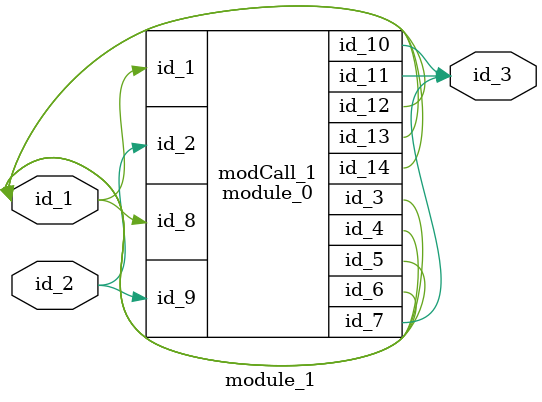
<source format=v>
module module_0 (
    id_1,
    id_2,
    id_3,
    id_4,
    id_5,
    id_6,
    id_7,
    id_8,
    id_9,
    id_10,
    id_11,
    id_12,
    id_13,
    id_14
);
  inout wire id_14;
  output wire id_13;
  output wire id_12;
  output wire id_11;
  output wire id_10;
  input wire id_9;
  input wire id_8;
  output wire id_7;
  output wire id_6;
  inout wire id_5;
  output wire id_4;
  output wire id_3;
  input wire id_2;
  input wire id_1;
  wire id_15 = -1;
endmodule
module module_1 (
    id_1,
    id_2,
    id_3
);
  output wire id_3;
  input wire id_2;
  inout wire id_1;
  module_0 modCall_1 (
      id_1,
      id_2,
      id_1,
      id_1,
      id_1,
      id_1,
      id_3,
      id_1,
      id_2,
      id_3,
      id_3,
      id_1,
      id_1,
      id_1
  );
endmodule

</source>
